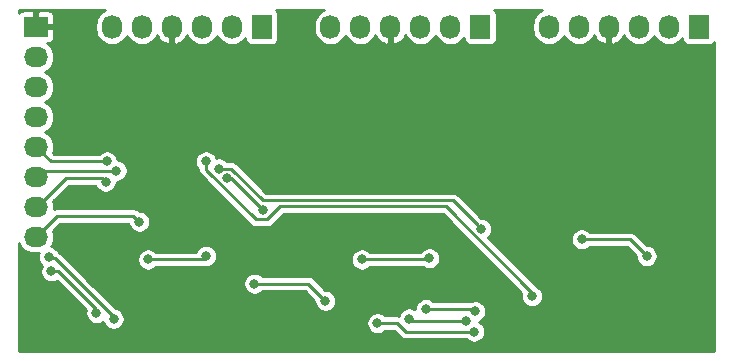
<source format=gbl>
G04 #@! TF.GenerationSoftware,KiCad,Pcbnew,(5.1.0-0)*
G04 #@! TF.CreationDate,2019-05-28T11:35:41+09:30*
G04 #@! TF.ProjectId,triax-loadwing,74726961-782d-46c6-9f61-6477696e672e,V1.0*
G04 #@! TF.SameCoordinates,Original*
G04 #@! TF.FileFunction,Copper,L2,Bot*
G04 #@! TF.FilePolarity,Positive*
%FSLAX46Y46*%
G04 Gerber Fmt 4.6, Leading zero omitted, Abs format (unit mm)*
G04 Created by KiCad (PCBNEW (5.1.0-0)) date 2019-05-28 11:35:41*
%MOMM*%
%LPD*%
G04 APERTURE LIST*
%ADD10O,2.032000X1.727200*%
%ADD11R,2.032000X1.727200*%
%ADD12O,1.727200X2.032000*%
%ADD13R,1.727200X2.032000*%
%ADD14C,0.800000*%
%ADD15C,0.250000*%
%ADD16C,0.254000*%
G04 APERTURE END LIST*
D10*
X137000000Y-79780000D03*
X137000000Y-77240000D03*
X137000000Y-74700000D03*
X137000000Y-72160000D03*
X137000000Y-69620000D03*
X137000000Y-67080000D03*
X137000000Y-64540000D03*
D11*
X137000000Y-62000000D03*
D12*
X143420000Y-62000000D03*
X145960000Y-62000000D03*
X148500000Y-62000000D03*
X151040000Y-62000000D03*
X153580000Y-62000000D03*
D13*
X156120000Y-62000000D03*
D12*
X161920000Y-62000000D03*
X164460000Y-62000000D03*
X167000000Y-62000000D03*
X169540000Y-62000000D03*
X172080000Y-62000000D03*
D13*
X174620000Y-62000000D03*
D12*
X180420000Y-62000000D03*
X182960000Y-62000000D03*
X185500000Y-62000000D03*
X188040000Y-62000000D03*
X190580000Y-62000000D03*
D13*
X193120000Y-62000000D03*
D14*
X161250000Y-87500000D03*
X158750000Y-79500000D03*
X179500000Y-86900000D03*
X143000000Y-83600000D03*
X176600000Y-75000000D03*
X176600000Y-73000000D03*
X193800000Y-76500000D03*
X181100000Y-78500000D03*
X181000000Y-69600000D03*
X162500000Y-69600000D03*
X158200000Y-73000000D03*
X158200000Y-75000000D03*
X144000000Y-69600000D03*
X191750000Y-84750000D03*
X191750000Y-80000000D03*
X144000000Y-79300000D03*
X153700000Y-81400000D03*
X143800000Y-66900000D03*
X162200000Y-66800000D03*
X180600000Y-66900000D03*
X148900000Y-85400000D03*
X173300000Y-80500000D03*
X163600004Y-78800000D03*
X183200000Y-80000000D03*
X188700000Y-81400000D03*
X151400000Y-81400000D03*
X146500000Y-81700000D03*
X170300000Y-81600000D03*
X164600000Y-81700000D03*
X165900000Y-87100000D03*
X174100000Y-87800000D03*
X173400000Y-86900000D03*
X168599996Y-86700000D03*
X155500000Y-83750000D03*
X174200000Y-86100000D03*
X170000000Y-85900000D03*
X161500000Y-85200000D03*
X174700008Y-79100000D03*
X143816231Y-74174990D03*
X152500000Y-74000000D03*
X142900006Y-75100000D03*
X156200000Y-77500000D03*
X153165100Y-74839780D03*
X145750000Y-78500000D03*
X143000000Y-73400000D03*
X151400000Y-73400000D03*
X179000000Y-84800000D03*
X138100000Y-81500000D03*
X143575000Y-86725000D03*
X138300000Y-82700000D03*
X142120000Y-86225000D03*
D15*
X183765685Y-80000000D02*
X183200000Y-80000000D01*
X187300000Y-80000000D02*
X183765685Y-80000000D01*
X188700000Y-81400000D02*
X187300000Y-80000000D01*
X151100000Y-81700000D02*
X151400000Y-81400000D01*
X146500000Y-81700000D02*
X151100000Y-81700000D01*
X170200000Y-81700000D02*
X170300000Y-81600000D01*
X164600000Y-81700000D02*
X170200000Y-81700000D01*
X167600000Y-87100000D02*
X168300000Y-87800000D01*
X168300000Y-87800000D02*
X174100000Y-87800000D01*
X165900000Y-87100000D02*
X167600000Y-87100000D01*
X168799996Y-86900000D02*
X168599996Y-86700000D01*
X173400000Y-86900000D02*
X168799996Y-86900000D01*
X174000000Y-85900000D02*
X174200000Y-86100000D01*
X170000000Y-85900000D02*
X174000000Y-85900000D01*
X160050000Y-83750000D02*
X161500000Y-85200000D01*
X155500000Y-83750000D02*
X160050000Y-83750000D01*
X137525010Y-74174990D02*
X143816231Y-74174990D01*
X137000000Y-74700000D02*
X137525010Y-74174990D01*
X172300008Y-76700000D02*
X174300009Y-78700001D01*
X156200000Y-76700000D02*
X172300008Y-76700000D01*
X174300009Y-78700001D02*
X174700008Y-79100000D01*
X153500000Y-74000000D02*
X156200000Y-76700000D01*
X152500000Y-74000000D02*
X153500000Y-74000000D01*
X142600006Y-74800000D02*
X142900006Y-75100000D01*
X137060000Y-77240000D02*
X139500000Y-74800000D01*
X139500000Y-74800000D02*
X142600006Y-74800000D01*
X137000000Y-77240000D02*
X137060000Y-77240000D01*
X156200000Y-77500000D02*
X153539780Y-74839780D01*
X153539780Y-74839780D02*
X153165100Y-74839780D01*
X145250000Y-78000000D02*
X145750000Y-78500000D01*
X138800000Y-78000000D02*
X145250000Y-78000000D01*
X137020000Y-79780000D02*
X138800000Y-78000000D01*
X137000000Y-79780000D02*
X137020000Y-79780000D01*
X138240000Y-73400000D02*
X143000000Y-73400000D01*
X137000000Y-72160000D02*
X138240000Y-73400000D01*
X151400000Y-74100000D02*
X151400000Y-73400000D01*
X155600000Y-78300000D02*
X151400000Y-74100000D01*
X179000000Y-84500000D02*
X171700000Y-77200000D01*
X179000000Y-84800000D02*
X179000000Y-84500000D01*
X157700000Y-77200000D02*
X156600000Y-78300000D01*
X171700000Y-77200000D02*
X157700000Y-77200000D01*
X156600000Y-78300000D02*
X155600000Y-78300000D01*
X138200000Y-81600000D02*
X138100000Y-81500000D01*
X138600000Y-81600000D02*
X138200000Y-81600000D01*
X143575000Y-86575000D02*
X138600000Y-81600000D01*
X143575000Y-86725000D02*
X143575000Y-86575000D01*
X138900000Y-82700000D02*
X138300000Y-82700000D01*
X142120000Y-85920000D02*
X138900000Y-82700000D01*
X142120000Y-86225000D02*
X142120000Y-85920000D01*
D16*
G36*
X142639221Y-60679080D02*
G01*
X142426256Y-60853855D01*
X142251480Y-61066820D01*
X142121610Y-61309789D01*
X142041637Y-61573426D01*
X142021400Y-61778894D01*
X142021400Y-62221105D01*
X142041637Y-62426573D01*
X142121610Y-62690210D01*
X142251480Y-62933179D01*
X142426255Y-63146144D01*
X142639220Y-63320920D01*
X142882189Y-63450790D01*
X143145826Y-63530763D01*
X143420000Y-63557767D01*
X143694173Y-63530763D01*
X143957810Y-63450790D01*
X144200779Y-63320920D01*
X144413744Y-63146145D01*
X144588520Y-62933180D01*
X144690000Y-62743324D01*
X144791480Y-62933179D01*
X144966255Y-63146144D01*
X145179220Y-63320920D01*
X145422189Y-63450790D01*
X145685826Y-63530763D01*
X145960000Y-63557767D01*
X146234173Y-63530763D01*
X146497810Y-63450790D01*
X146740779Y-63320920D01*
X146953744Y-63146145D01*
X147128520Y-62933180D01*
X147234431Y-62735035D01*
X147293244Y-62862111D01*
X147454889Y-63083901D01*
X147656697Y-63269894D01*
X147890913Y-63412942D01*
X148148536Y-63507548D01*
X148156678Y-63508207D01*
X148373000Y-63410858D01*
X148373000Y-62127000D01*
X148353000Y-62127000D01*
X148353000Y-61873000D01*
X148373000Y-61873000D01*
X148373000Y-61853000D01*
X148627000Y-61853000D01*
X148627000Y-61873000D01*
X148647000Y-61873000D01*
X148647000Y-62127000D01*
X148627000Y-62127000D01*
X148627000Y-63410858D01*
X148843322Y-63508207D01*
X148851464Y-63507548D01*
X149109087Y-63412942D01*
X149343303Y-63269894D01*
X149545111Y-63083901D01*
X149706756Y-62862111D01*
X149765569Y-62735034D01*
X149871480Y-62933179D01*
X150046255Y-63146144D01*
X150259220Y-63320920D01*
X150502189Y-63450790D01*
X150765826Y-63530763D01*
X151040000Y-63557767D01*
X151314173Y-63530763D01*
X151577810Y-63450790D01*
X151820779Y-63320920D01*
X152033744Y-63146145D01*
X152208520Y-62933180D01*
X152310000Y-62743324D01*
X152411480Y-62933179D01*
X152586255Y-63146144D01*
X152799220Y-63320920D01*
X153042189Y-63450790D01*
X153305826Y-63530763D01*
X153580000Y-63557767D01*
X153854173Y-63530763D01*
X154117810Y-63450790D01*
X154360779Y-63320920D01*
X154573744Y-63146145D01*
X154718812Y-62969379D01*
X154718812Y-63016000D01*
X154729142Y-63120878D01*
X154759733Y-63221726D01*
X154809412Y-63314668D01*
X154876268Y-63396132D01*
X154957732Y-63462988D01*
X155050674Y-63512667D01*
X155151522Y-63543258D01*
X155256400Y-63553588D01*
X156983600Y-63553588D01*
X157088478Y-63543258D01*
X157189326Y-63512667D01*
X157282268Y-63462988D01*
X157363732Y-63396132D01*
X157430588Y-63314668D01*
X157480267Y-63221726D01*
X157510858Y-63120878D01*
X157521188Y-63016000D01*
X157521188Y-60984000D01*
X157510858Y-60879122D01*
X157480267Y-60778274D01*
X157430588Y-60685332D01*
X157363732Y-60603868D01*
X157310279Y-60560000D01*
X161362003Y-60560000D01*
X161139221Y-60679080D01*
X160926256Y-60853855D01*
X160751480Y-61066820D01*
X160621610Y-61309789D01*
X160541637Y-61573426D01*
X160521400Y-61778894D01*
X160521400Y-62221105D01*
X160541637Y-62426573D01*
X160621610Y-62690210D01*
X160751480Y-62933179D01*
X160926255Y-63146144D01*
X161139220Y-63320920D01*
X161382189Y-63450790D01*
X161645826Y-63530763D01*
X161920000Y-63557767D01*
X162194173Y-63530763D01*
X162457810Y-63450790D01*
X162700779Y-63320920D01*
X162913744Y-63146145D01*
X163088520Y-62933180D01*
X163190000Y-62743324D01*
X163291480Y-62933179D01*
X163466255Y-63146144D01*
X163679220Y-63320920D01*
X163922189Y-63450790D01*
X164185826Y-63530763D01*
X164460000Y-63557767D01*
X164734173Y-63530763D01*
X164997810Y-63450790D01*
X165240779Y-63320920D01*
X165453744Y-63146145D01*
X165628520Y-62933180D01*
X165734431Y-62735035D01*
X165793244Y-62862111D01*
X165954889Y-63083901D01*
X166156697Y-63269894D01*
X166390913Y-63412942D01*
X166648536Y-63507548D01*
X166656678Y-63508207D01*
X166873000Y-63410858D01*
X166873000Y-62127000D01*
X166853000Y-62127000D01*
X166853000Y-61873000D01*
X166873000Y-61873000D01*
X166873000Y-61853000D01*
X167127000Y-61853000D01*
X167127000Y-61873000D01*
X167147000Y-61873000D01*
X167147000Y-62127000D01*
X167127000Y-62127000D01*
X167127000Y-63410858D01*
X167343322Y-63508207D01*
X167351464Y-63507548D01*
X167609087Y-63412942D01*
X167843303Y-63269894D01*
X168045111Y-63083901D01*
X168206756Y-62862111D01*
X168265569Y-62735034D01*
X168371480Y-62933179D01*
X168546255Y-63146144D01*
X168759220Y-63320920D01*
X169002189Y-63450790D01*
X169265826Y-63530763D01*
X169540000Y-63557767D01*
X169814173Y-63530763D01*
X170077810Y-63450790D01*
X170320779Y-63320920D01*
X170533744Y-63146145D01*
X170708520Y-62933180D01*
X170810000Y-62743324D01*
X170911480Y-62933179D01*
X171086255Y-63146144D01*
X171299220Y-63320920D01*
X171542189Y-63450790D01*
X171805826Y-63530763D01*
X172080000Y-63557767D01*
X172354173Y-63530763D01*
X172617810Y-63450790D01*
X172860779Y-63320920D01*
X173073744Y-63146145D01*
X173218812Y-62969379D01*
X173218812Y-63016000D01*
X173229142Y-63120878D01*
X173259733Y-63221726D01*
X173309412Y-63314668D01*
X173376268Y-63396132D01*
X173457732Y-63462988D01*
X173550674Y-63512667D01*
X173651522Y-63543258D01*
X173756400Y-63553588D01*
X175483600Y-63553588D01*
X175588478Y-63543258D01*
X175689326Y-63512667D01*
X175782268Y-63462988D01*
X175863732Y-63396132D01*
X175930588Y-63314668D01*
X175980267Y-63221726D01*
X176010858Y-63120878D01*
X176021188Y-63016000D01*
X176021188Y-60984000D01*
X176010858Y-60879122D01*
X175980267Y-60778274D01*
X175930588Y-60685332D01*
X175863732Y-60603868D01*
X175810279Y-60560000D01*
X179862003Y-60560000D01*
X179639221Y-60679080D01*
X179426256Y-60853855D01*
X179251480Y-61066820D01*
X179121610Y-61309789D01*
X179041637Y-61573426D01*
X179021400Y-61778894D01*
X179021400Y-62221105D01*
X179041637Y-62426573D01*
X179121610Y-62690210D01*
X179251480Y-62933179D01*
X179426255Y-63146144D01*
X179639220Y-63320920D01*
X179882189Y-63450790D01*
X180145826Y-63530763D01*
X180420000Y-63557767D01*
X180694173Y-63530763D01*
X180957810Y-63450790D01*
X181200779Y-63320920D01*
X181413744Y-63146145D01*
X181588520Y-62933180D01*
X181690000Y-62743324D01*
X181791480Y-62933179D01*
X181966255Y-63146144D01*
X182179220Y-63320920D01*
X182422189Y-63450790D01*
X182685826Y-63530763D01*
X182960000Y-63557767D01*
X183234173Y-63530763D01*
X183497810Y-63450790D01*
X183740779Y-63320920D01*
X183953744Y-63146145D01*
X184128520Y-62933180D01*
X184234431Y-62735035D01*
X184293244Y-62862111D01*
X184454889Y-63083901D01*
X184656697Y-63269894D01*
X184890913Y-63412942D01*
X185148536Y-63507548D01*
X185156678Y-63508207D01*
X185373000Y-63410858D01*
X185373000Y-62127000D01*
X185353000Y-62127000D01*
X185353000Y-61873000D01*
X185373000Y-61873000D01*
X185373000Y-61853000D01*
X185627000Y-61853000D01*
X185627000Y-61873000D01*
X185647000Y-61873000D01*
X185647000Y-62127000D01*
X185627000Y-62127000D01*
X185627000Y-63410858D01*
X185843322Y-63508207D01*
X185851464Y-63507548D01*
X186109087Y-63412942D01*
X186343303Y-63269894D01*
X186545111Y-63083901D01*
X186706756Y-62862111D01*
X186765569Y-62735034D01*
X186871480Y-62933179D01*
X187046255Y-63146144D01*
X187259220Y-63320920D01*
X187502189Y-63450790D01*
X187765826Y-63530763D01*
X188040000Y-63557767D01*
X188314173Y-63530763D01*
X188577810Y-63450790D01*
X188820779Y-63320920D01*
X189033744Y-63146145D01*
X189208520Y-62933180D01*
X189310000Y-62743324D01*
X189411480Y-62933179D01*
X189586255Y-63146144D01*
X189799220Y-63320920D01*
X190042189Y-63450790D01*
X190305826Y-63530763D01*
X190580000Y-63557767D01*
X190854173Y-63530763D01*
X191117810Y-63450790D01*
X191360779Y-63320920D01*
X191573744Y-63146145D01*
X191718812Y-62969379D01*
X191718812Y-63016000D01*
X191729142Y-63120878D01*
X191759733Y-63221726D01*
X191809412Y-63314668D01*
X191876268Y-63396132D01*
X191957732Y-63462988D01*
X192050674Y-63512667D01*
X192151522Y-63543258D01*
X192256400Y-63553588D01*
X193983600Y-63553588D01*
X194088478Y-63543258D01*
X194189326Y-63512667D01*
X194282268Y-63462988D01*
X194363732Y-63396132D01*
X194430588Y-63314668D01*
X194440001Y-63297058D01*
X194440000Y-89440000D01*
X135560000Y-89440000D01*
X135560000Y-80337998D01*
X135679080Y-80560780D01*
X135853855Y-80773745D01*
X136066820Y-80948520D01*
X136309789Y-81078390D01*
X136573426Y-81158363D01*
X136778894Y-81178600D01*
X137221092Y-81178600D01*
X137200932Y-81227271D01*
X137165000Y-81407911D01*
X137165000Y-81592089D01*
X137200932Y-81772729D01*
X137271414Y-81942889D01*
X137373738Y-82096028D01*
X137496811Y-82219101D01*
X137471414Y-82257111D01*
X137400932Y-82427271D01*
X137365000Y-82607911D01*
X137365000Y-82792089D01*
X137400932Y-82972729D01*
X137471414Y-83142889D01*
X137573738Y-83296028D01*
X137703972Y-83426262D01*
X137857111Y-83528586D01*
X138027271Y-83599068D01*
X138207911Y-83635000D01*
X138392089Y-83635000D01*
X138572729Y-83599068D01*
X138742889Y-83528586D01*
X138774251Y-83507631D01*
X141220593Y-85953974D01*
X141185000Y-86132911D01*
X141185000Y-86317089D01*
X141220932Y-86497729D01*
X141291414Y-86667889D01*
X141393738Y-86821028D01*
X141523972Y-86951262D01*
X141677111Y-87053586D01*
X141847271Y-87124068D01*
X142027911Y-87160000D01*
X142212089Y-87160000D01*
X142392729Y-87124068D01*
X142562889Y-87053586D01*
X142672477Y-86980362D01*
X142675932Y-86997729D01*
X142746414Y-87167889D01*
X142848738Y-87321028D01*
X142978972Y-87451262D01*
X143132111Y-87553586D01*
X143302271Y-87624068D01*
X143482911Y-87660000D01*
X143667089Y-87660000D01*
X143847729Y-87624068D01*
X144017889Y-87553586D01*
X144171028Y-87451262D01*
X144301262Y-87321028D01*
X144403586Y-87167889D01*
X144469850Y-87007911D01*
X164965000Y-87007911D01*
X164965000Y-87192089D01*
X165000932Y-87372729D01*
X165071414Y-87542889D01*
X165173738Y-87696028D01*
X165303972Y-87826262D01*
X165457111Y-87928586D01*
X165627271Y-87999068D01*
X165807911Y-88035000D01*
X165992089Y-88035000D01*
X166172729Y-87999068D01*
X166342889Y-87928586D01*
X166496028Y-87826262D01*
X166562290Y-87760000D01*
X167326620Y-87760000D01*
X167810388Y-88243769D01*
X167831052Y-88268948D01*
X167931550Y-88351425D01*
X168046207Y-88412710D01*
X168170617Y-88450450D01*
X168267581Y-88460000D01*
X168267590Y-88460000D01*
X168299999Y-88463192D01*
X168332408Y-88460000D01*
X173437710Y-88460000D01*
X173503972Y-88526262D01*
X173657111Y-88628586D01*
X173827271Y-88699068D01*
X174007911Y-88735000D01*
X174192089Y-88735000D01*
X174372729Y-88699068D01*
X174542889Y-88628586D01*
X174696028Y-88526262D01*
X174826262Y-88396028D01*
X174928586Y-88242889D01*
X174999068Y-88072729D01*
X175035000Y-87892089D01*
X175035000Y-87707911D01*
X174999068Y-87527271D01*
X174928586Y-87357111D01*
X174826262Y-87203972D01*
X174696028Y-87073738D01*
X174542889Y-86971414D01*
X174541191Y-86970711D01*
X174642889Y-86928586D01*
X174796028Y-86826262D01*
X174926262Y-86696028D01*
X175028586Y-86542889D01*
X175099068Y-86372729D01*
X175135000Y-86192089D01*
X175135000Y-86007911D01*
X175099068Y-85827271D01*
X175028586Y-85657111D01*
X174926262Y-85503972D01*
X174796028Y-85373738D01*
X174642889Y-85271414D01*
X174472729Y-85200932D01*
X174292089Y-85165000D01*
X174107911Y-85165000D01*
X173927271Y-85200932D01*
X173832952Y-85240000D01*
X170662290Y-85240000D01*
X170596028Y-85173738D01*
X170442889Y-85071414D01*
X170272729Y-85000932D01*
X170092089Y-84965000D01*
X169907911Y-84965000D01*
X169727271Y-85000932D01*
X169557111Y-85071414D01*
X169403972Y-85173738D01*
X169273738Y-85303972D01*
X169171414Y-85457111D01*
X169100932Y-85627271D01*
X169065000Y-85807911D01*
X169065000Y-85886191D01*
X169042885Y-85871414D01*
X168872725Y-85800932D01*
X168692085Y-85765000D01*
X168507907Y-85765000D01*
X168327267Y-85800932D01*
X168157107Y-85871414D01*
X168003968Y-85973738D01*
X167873734Y-86103972D01*
X167771410Y-86257111D01*
X167700928Y-86427271D01*
X167697128Y-86446373D01*
X167632419Y-86440000D01*
X167632409Y-86440000D01*
X167600000Y-86436808D01*
X167567591Y-86440000D01*
X166562290Y-86440000D01*
X166496028Y-86373738D01*
X166342889Y-86271414D01*
X166172729Y-86200932D01*
X165992089Y-86165000D01*
X165807911Y-86165000D01*
X165627271Y-86200932D01*
X165457111Y-86271414D01*
X165303972Y-86373738D01*
X165173738Y-86503972D01*
X165071414Y-86657111D01*
X165000932Y-86827271D01*
X164965000Y-87007911D01*
X144469850Y-87007911D01*
X144474068Y-86997729D01*
X144510000Y-86817089D01*
X144510000Y-86632911D01*
X144474068Y-86452271D01*
X144403586Y-86282111D01*
X144301262Y-86128972D01*
X144171028Y-85998738D01*
X144017889Y-85896414D01*
X143847729Y-85825932D01*
X143737359Y-85803978D01*
X141591292Y-83657911D01*
X154565000Y-83657911D01*
X154565000Y-83842089D01*
X154600932Y-84022729D01*
X154671414Y-84192889D01*
X154773738Y-84346028D01*
X154903972Y-84476262D01*
X155057111Y-84578586D01*
X155227271Y-84649068D01*
X155407911Y-84685000D01*
X155592089Y-84685000D01*
X155772729Y-84649068D01*
X155942889Y-84578586D01*
X156096028Y-84476262D01*
X156162290Y-84410000D01*
X159776620Y-84410000D01*
X160565000Y-85198381D01*
X160565000Y-85292089D01*
X160600932Y-85472729D01*
X160671414Y-85642889D01*
X160773738Y-85796028D01*
X160903972Y-85926262D01*
X161057111Y-86028586D01*
X161227271Y-86099068D01*
X161407911Y-86135000D01*
X161592089Y-86135000D01*
X161772729Y-86099068D01*
X161942889Y-86028586D01*
X162096028Y-85926262D01*
X162226262Y-85796028D01*
X162328586Y-85642889D01*
X162399068Y-85472729D01*
X162435000Y-85292089D01*
X162435000Y-85107911D01*
X162399068Y-84927271D01*
X162328586Y-84757111D01*
X162226262Y-84603972D01*
X162096028Y-84473738D01*
X161942889Y-84371414D01*
X161772729Y-84300932D01*
X161592089Y-84265000D01*
X161498381Y-84265000D01*
X160539616Y-83306236D01*
X160518948Y-83281052D01*
X160418450Y-83198575D01*
X160303793Y-83137290D01*
X160179383Y-83099550D01*
X160082419Y-83090000D01*
X160082409Y-83090000D01*
X160050000Y-83086808D01*
X160017591Y-83090000D01*
X156162290Y-83090000D01*
X156096028Y-83023738D01*
X155942889Y-82921414D01*
X155772729Y-82850932D01*
X155592089Y-82815000D01*
X155407911Y-82815000D01*
X155227271Y-82850932D01*
X155057111Y-82921414D01*
X154903972Y-83023738D01*
X154773738Y-83153972D01*
X154671414Y-83307111D01*
X154600932Y-83477271D01*
X154565000Y-83657911D01*
X141591292Y-83657911D01*
X139541292Y-81607911D01*
X145565000Y-81607911D01*
X145565000Y-81792089D01*
X145600932Y-81972729D01*
X145671414Y-82142889D01*
X145773738Y-82296028D01*
X145903972Y-82426262D01*
X146057111Y-82528586D01*
X146227271Y-82599068D01*
X146407911Y-82635000D01*
X146592089Y-82635000D01*
X146772729Y-82599068D01*
X146942889Y-82528586D01*
X147096028Y-82426262D01*
X147162290Y-82360000D01*
X151067591Y-82360000D01*
X151100000Y-82363192D01*
X151132409Y-82360000D01*
X151132419Y-82360000D01*
X151229383Y-82350450D01*
X151291243Y-82331685D01*
X151307911Y-82335000D01*
X151492089Y-82335000D01*
X151672729Y-82299068D01*
X151842889Y-82228586D01*
X151996028Y-82126262D01*
X152126262Y-81996028D01*
X152228586Y-81842889D01*
X152299068Y-81672729D01*
X152311961Y-81607911D01*
X163665000Y-81607911D01*
X163665000Y-81792089D01*
X163700932Y-81972729D01*
X163771414Y-82142889D01*
X163873738Y-82296028D01*
X164003972Y-82426262D01*
X164157111Y-82528586D01*
X164327271Y-82599068D01*
X164507911Y-82635000D01*
X164692089Y-82635000D01*
X164872729Y-82599068D01*
X165042889Y-82528586D01*
X165196028Y-82426262D01*
X165262290Y-82360000D01*
X169754465Y-82360000D01*
X169857111Y-82428586D01*
X170027271Y-82499068D01*
X170207911Y-82535000D01*
X170392089Y-82535000D01*
X170572729Y-82499068D01*
X170742889Y-82428586D01*
X170896028Y-82326262D01*
X171026262Y-82196028D01*
X171128586Y-82042889D01*
X171199068Y-81872729D01*
X171235000Y-81692089D01*
X171235000Y-81507911D01*
X171199068Y-81327271D01*
X171128586Y-81157111D01*
X171026262Y-81003972D01*
X170896028Y-80873738D01*
X170742889Y-80771414D01*
X170572729Y-80700932D01*
X170392089Y-80665000D01*
X170207911Y-80665000D01*
X170027271Y-80700932D01*
X169857111Y-80771414D01*
X169703972Y-80873738D01*
X169573738Y-81003972D01*
X169549665Y-81040000D01*
X165262290Y-81040000D01*
X165196028Y-80973738D01*
X165042889Y-80871414D01*
X164872729Y-80800932D01*
X164692089Y-80765000D01*
X164507911Y-80765000D01*
X164327271Y-80800932D01*
X164157111Y-80871414D01*
X164003972Y-80973738D01*
X163873738Y-81103972D01*
X163771414Y-81257111D01*
X163700932Y-81427271D01*
X163665000Y-81607911D01*
X152311961Y-81607911D01*
X152335000Y-81492089D01*
X152335000Y-81307911D01*
X152299068Y-81127271D01*
X152228586Y-80957111D01*
X152126262Y-80803972D01*
X151996028Y-80673738D01*
X151842889Y-80571414D01*
X151672729Y-80500932D01*
X151492089Y-80465000D01*
X151307911Y-80465000D01*
X151127271Y-80500932D01*
X150957111Y-80571414D01*
X150803972Y-80673738D01*
X150673738Y-80803972D01*
X150571414Y-80957111D01*
X150537081Y-81040000D01*
X147162290Y-81040000D01*
X147096028Y-80973738D01*
X146942889Y-80871414D01*
X146772729Y-80800932D01*
X146592089Y-80765000D01*
X146407911Y-80765000D01*
X146227271Y-80800932D01*
X146057111Y-80871414D01*
X145903972Y-80973738D01*
X145773738Y-81103972D01*
X145671414Y-81257111D01*
X145600932Y-81427271D01*
X145565000Y-81607911D01*
X139541292Y-81607911D01*
X139089616Y-81156236D01*
X139068948Y-81131052D01*
X138968450Y-81048575D01*
X138897567Y-81010687D01*
X138826262Y-80903972D01*
X138696028Y-80773738D01*
X138542889Y-80671414D01*
X138372729Y-80600932D01*
X138299863Y-80586438D01*
X138320920Y-80560780D01*
X138450790Y-80317811D01*
X138530763Y-80054174D01*
X138557767Y-79780000D01*
X138530763Y-79505826D01*
X138460193Y-79273187D01*
X139073381Y-78660000D01*
X144828509Y-78660000D01*
X144850932Y-78772729D01*
X144921414Y-78942889D01*
X145023738Y-79096028D01*
X145153972Y-79226262D01*
X145307111Y-79328586D01*
X145477271Y-79399068D01*
X145657911Y-79435000D01*
X145842089Y-79435000D01*
X146022729Y-79399068D01*
X146192889Y-79328586D01*
X146346028Y-79226262D01*
X146476262Y-79096028D01*
X146578586Y-78942889D01*
X146649068Y-78772729D01*
X146685000Y-78592089D01*
X146685000Y-78407911D01*
X146649068Y-78227271D01*
X146578586Y-78057111D01*
X146476262Y-77903972D01*
X146346028Y-77773738D01*
X146192889Y-77671414D01*
X146022729Y-77600932D01*
X145842089Y-77565000D01*
X145748380Y-77565000D01*
X145739616Y-77556236D01*
X145718948Y-77531052D01*
X145618450Y-77448575D01*
X145503793Y-77387290D01*
X145379383Y-77349550D01*
X145282419Y-77340000D01*
X145282409Y-77340000D01*
X145250000Y-77336808D01*
X145217591Y-77340000D01*
X138832408Y-77340000D01*
X138799999Y-77336808D01*
X138767590Y-77340000D01*
X138767581Y-77340000D01*
X138670617Y-77349550D01*
X138546207Y-77387290D01*
X138543096Y-77388953D01*
X138557767Y-77240000D01*
X138530763Y-76965826D01*
X138469503Y-76763877D01*
X139773381Y-75460000D01*
X142037087Y-75460000D01*
X142071420Y-75542889D01*
X142173744Y-75696028D01*
X142303978Y-75826262D01*
X142457117Y-75928586D01*
X142627277Y-75999068D01*
X142807917Y-76035000D01*
X142992095Y-76035000D01*
X143172735Y-75999068D01*
X143342895Y-75928586D01*
X143496034Y-75826262D01*
X143626268Y-75696028D01*
X143728592Y-75542889D01*
X143799074Y-75372729D01*
X143835006Y-75192089D01*
X143835006Y-75109990D01*
X143908320Y-75109990D01*
X144088960Y-75074058D01*
X144259120Y-75003576D01*
X144412259Y-74901252D01*
X144542493Y-74771018D01*
X144644817Y-74617879D01*
X144715299Y-74447719D01*
X144751231Y-74267079D01*
X144751231Y-74082901D01*
X144715299Y-73902261D01*
X144644817Y-73732101D01*
X144542493Y-73578962D01*
X144412259Y-73448728D01*
X144259120Y-73346404D01*
X144166189Y-73307911D01*
X150465000Y-73307911D01*
X150465000Y-73492089D01*
X150500932Y-73672729D01*
X150571414Y-73842889D01*
X150673738Y-73996028D01*
X150740000Y-74062290D01*
X150740000Y-74067591D01*
X150736808Y-74100000D01*
X150740000Y-74132409D01*
X150740000Y-74132418D01*
X150749550Y-74229382D01*
X150786190Y-74350166D01*
X150787290Y-74353792D01*
X150848575Y-74468450D01*
X150850939Y-74471330D01*
X150931052Y-74568948D01*
X150956236Y-74589616D01*
X155110388Y-78743769D01*
X155131052Y-78768948D01*
X155231550Y-78851425D01*
X155346207Y-78912710D01*
X155470617Y-78950450D01*
X155567581Y-78960000D01*
X155567591Y-78960000D01*
X155600000Y-78963192D01*
X155632409Y-78960000D01*
X156567591Y-78960000D01*
X156600000Y-78963192D01*
X156632409Y-78960000D01*
X156632419Y-78960000D01*
X156729383Y-78950450D01*
X156853793Y-78912710D01*
X156968450Y-78851425D01*
X157068948Y-78768948D01*
X157089616Y-78743764D01*
X157973381Y-77860000D01*
X171426620Y-77860000D01*
X178099764Y-84533145D01*
X178065000Y-84707911D01*
X178065000Y-84892089D01*
X178100932Y-85072729D01*
X178171414Y-85242889D01*
X178273738Y-85396028D01*
X178403972Y-85526262D01*
X178557111Y-85628586D01*
X178727271Y-85699068D01*
X178907911Y-85735000D01*
X179092089Y-85735000D01*
X179272729Y-85699068D01*
X179442889Y-85628586D01*
X179596028Y-85526262D01*
X179726262Y-85396028D01*
X179828586Y-85242889D01*
X179899068Y-85072729D01*
X179935000Y-84892089D01*
X179935000Y-84707911D01*
X179899068Y-84527271D01*
X179828586Y-84357111D01*
X179726262Y-84203972D01*
X179596028Y-84073738D01*
X179442889Y-83971414D01*
X179377859Y-83944478D01*
X175341292Y-79907911D01*
X182265000Y-79907911D01*
X182265000Y-80092089D01*
X182300932Y-80272729D01*
X182371414Y-80442889D01*
X182473738Y-80596028D01*
X182603972Y-80726262D01*
X182757111Y-80828586D01*
X182927271Y-80899068D01*
X183107911Y-80935000D01*
X183292089Y-80935000D01*
X183472729Y-80899068D01*
X183642889Y-80828586D01*
X183796028Y-80726262D01*
X183862290Y-80660000D01*
X187026620Y-80660000D01*
X187765000Y-81398381D01*
X187765000Y-81492089D01*
X187800932Y-81672729D01*
X187871414Y-81842889D01*
X187973738Y-81996028D01*
X188103972Y-82126262D01*
X188257111Y-82228586D01*
X188427271Y-82299068D01*
X188607911Y-82335000D01*
X188792089Y-82335000D01*
X188972729Y-82299068D01*
X189142889Y-82228586D01*
X189296028Y-82126262D01*
X189426262Y-81996028D01*
X189528586Y-81842889D01*
X189599068Y-81672729D01*
X189635000Y-81492089D01*
X189635000Y-81307911D01*
X189599068Y-81127271D01*
X189528586Y-80957111D01*
X189426262Y-80803972D01*
X189296028Y-80673738D01*
X189142889Y-80571414D01*
X188972729Y-80500932D01*
X188792089Y-80465000D01*
X188698381Y-80465000D01*
X187789616Y-79556236D01*
X187768948Y-79531052D01*
X187668450Y-79448575D01*
X187553793Y-79387290D01*
X187429383Y-79349550D01*
X187332419Y-79340000D01*
X187332409Y-79340000D01*
X187300000Y-79336808D01*
X187267591Y-79340000D01*
X183862290Y-79340000D01*
X183796028Y-79273738D01*
X183642889Y-79171414D01*
X183472729Y-79100932D01*
X183292089Y-79065000D01*
X183107911Y-79065000D01*
X182927271Y-79100932D01*
X182757111Y-79171414D01*
X182603972Y-79273738D01*
X182473738Y-79403972D01*
X182371414Y-79557111D01*
X182300932Y-79727271D01*
X182265000Y-79907911D01*
X175341292Y-79907911D01*
X175274220Y-79840839D01*
X175296036Y-79826262D01*
X175426270Y-79696028D01*
X175528594Y-79542889D01*
X175599076Y-79372729D01*
X175635008Y-79192089D01*
X175635008Y-79007911D01*
X175599076Y-78827271D01*
X175528594Y-78657111D01*
X175426270Y-78503972D01*
X175296036Y-78373738D01*
X175142897Y-78271414D01*
X174972737Y-78200932D01*
X174792097Y-78165000D01*
X174698389Y-78165000D01*
X172789624Y-76256236D01*
X172768956Y-76231052D01*
X172668458Y-76148575D01*
X172553801Y-76087290D01*
X172429391Y-76049550D01*
X172332427Y-76040000D01*
X172332417Y-76040000D01*
X172300008Y-76036808D01*
X172267599Y-76040000D01*
X156473381Y-76040000D01*
X153989616Y-73556236D01*
X153968948Y-73531052D01*
X153868450Y-73448575D01*
X153753793Y-73387290D01*
X153629383Y-73349550D01*
X153532419Y-73340000D01*
X153532409Y-73340000D01*
X153500000Y-73336808D01*
X153467591Y-73340000D01*
X153162290Y-73340000D01*
X153096028Y-73273738D01*
X152942889Y-73171414D01*
X152772729Y-73100932D01*
X152592089Y-73065000D01*
X152407911Y-73065000D01*
X152283523Y-73089743D01*
X152228586Y-72957111D01*
X152126262Y-72803972D01*
X151996028Y-72673738D01*
X151842889Y-72571414D01*
X151672729Y-72500932D01*
X151492089Y-72465000D01*
X151307911Y-72465000D01*
X151127271Y-72500932D01*
X150957111Y-72571414D01*
X150803972Y-72673738D01*
X150673738Y-72803972D01*
X150571414Y-72957111D01*
X150500932Y-73127271D01*
X150465000Y-73307911D01*
X144166189Y-73307911D01*
X144088960Y-73275922D01*
X143922032Y-73242718D01*
X143899068Y-73127271D01*
X143828586Y-72957111D01*
X143726262Y-72803972D01*
X143596028Y-72673738D01*
X143442889Y-72571414D01*
X143272729Y-72500932D01*
X143092089Y-72465000D01*
X142907911Y-72465000D01*
X142727271Y-72500932D01*
X142557111Y-72571414D01*
X142403972Y-72673738D01*
X142337710Y-72740000D01*
X138513381Y-72740000D01*
X138455538Y-72682158D01*
X138530763Y-72434174D01*
X138557767Y-72160000D01*
X138530763Y-71885826D01*
X138450790Y-71622189D01*
X138320920Y-71379220D01*
X138146145Y-71166255D01*
X137933180Y-70991480D01*
X137743325Y-70890000D01*
X137933180Y-70788520D01*
X138146145Y-70613745D01*
X138320920Y-70400780D01*
X138450790Y-70157811D01*
X138530763Y-69894174D01*
X138557767Y-69620000D01*
X138530763Y-69345826D01*
X138450790Y-69082189D01*
X138320920Y-68839220D01*
X138146145Y-68626255D01*
X137933180Y-68451480D01*
X137743325Y-68350000D01*
X137933180Y-68248520D01*
X138146145Y-68073745D01*
X138320920Y-67860780D01*
X138450790Y-67617811D01*
X138530763Y-67354174D01*
X138557767Y-67080000D01*
X138530763Y-66805826D01*
X138450790Y-66542189D01*
X138320920Y-66299220D01*
X138146145Y-66086255D01*
X137933180Y-65911480D01*
X137743325Y-65810000D01*
X137933180Y-65708520D01*
X138146145Y-65533745D01*
X138320920Y-65320780D01*
X138450790Y-65077811D01*
X138530763Y-64814174D01*
X138557767Y-64540000D01*
X138530763Y-64265826D01*
X138450790Y-64002189D01*
X138320920Y-63759220D01*
X138146145Y-63546255D01*
X137969185Y-63401029D01*
X138016000Y-63401189D01*
X138120878Y-63390859D01*
X138221726Y-63360267D01*
X138314668Y-63310589D01*
X138396133Y-63243733D01*
X138462989Y-63162268D01*
X138512667Y-63069326D01*
X138543259Y-62968478D01*
X138553589Y-62863600D01*
X138551000Y-62260750D01*
X138417250Y-62127000D01*
X137127000Y-62127000D01*
X137127000Y-62147000D01*
X136873000Y-62147000D01*
X136873000Y-62127000D01*
X136853000Y-62127000D01*
X136853000Y-61873000D01*
X136873000Y-61873000D01*
X136873000Y-60735150D01*
X137127000Y-60735150D01*
X137127000Y-61873000D01*
X138417250Y-61873000D01*
X138551000Y-61739250D01*
X138553589Y-61136400D01*
X138543259Y-61031522D01*
X138512667Y-60930674D01*
X138462989Y-60837732D01*
X138396133Y-60756267D01*
X138314668Y-60689411D01*
X138221726Y-60639733D01*
X138120878Y-60609141D01*
X138016000Y-60598811D01*
X137260750Y-60601400D01*
X137127000Y-60735150D01*
X136873000Y-60735150D01*
X136739250Y-60601400D01*
X135984000Y-60598811D01*
X135879122Y-60609141D01*
X135778274Y-60639733D01*
X135685332Y-60689411D01*
X135603867Y-60756267D01*
X135560000Y-60809720D01*
X135560000Y-60560000D01*
X142862003Y-60560000D01*
X142639221Y-60679080D01*
X142639221Y-60679080D01*
G37*
X142639221Y-60679080D02*
X142426256Y-60853855D01*
X142251480Y-61066820D01*
X142121610Y-61309789D01*
X142041637Y-61573426D01*
X142021400Y-61778894D01*
X142021400Y-62221105D01*
X142041637Y-62426573D01*
X142121610Y-62690210D01*
X142251480Y-62933179D01*
X142426255Y-63146144D01*
X142639220Y-63320920D01*
X142882189Y-63450790D01*
X143145826Y-63530763D01*
X143420000Y-63557767D01*
X143694173Y-63530763D01*
X143957810Y-63450790D01*
X144200779Y-63320920D01*
X144413744Y-63146145D01*
X144588520Y-62933180D01*
X144690000Y-62743324D01*
X144791480Y-62933179D01*
X144966255Y-63146144D01*
X145179220Y-63320920D01*
X145422189Y-63450790D01*
X145685826Y-63530763D01*
X145960000Y-63557767D01*
X146234173Y-63530763D01*
X146497810Y-63450790D01*
X146740779Y-63320920D01*
X146953744Y-63146145D01*
X147128520Y-62933180D01*
X147234431Y-62735035D01*
X147293244Y-62862111D01*
X147454889Y-63083901D01*
X147656697Y-63269894D01*
X147890913Y-63412942D01*
X148148536Y-63507548D01*
X148156678Y-63508207D01*
X148373000Y-63410858D01*
X148373000Y-62127000D01*
X148353000Y-62127000D01*
X148353000Y-61873000D01*
X148373000Y-61873000D01*
X148373000Y-61853000D01*
X148627000Y-61853000D01*
X148627000Y-61873000D01*
X148647000Y-61873000D01*
X148647000Y-62127000D01*
X148627000Y-62127000D01*
X148627000Y-63410858D01*
X148843322Y-63508207D01*
X148851464Y-63507548D01*
X149109087Y-63412942D01*
X149343303Y-63269894D01*
X149545111Y-63083901D01*
X149706756Y-62862111D01*
X149765569Y-62735034D01*
X149871480Y-62933179D01*
X150046255Y-63146144D01*
X150259220Y-63320920D01*
X150502189Y-63450790D01*
X150765826Y-63530763D01*
X151040000Y-63557767D01*
X151314173Y-63530763D01*
X151577810Y-63450790D01*
X151820779Y-63320920D01*
X152033744Y-63146145D01*
X152208520Y-62933180D01*
X152310000Y-62743324D01*
X152411480Y-62933179D01*
X152586255Y-63146144D01*
X152799220Y-63320920D01*
X153042189Y-63450790D01*
X153305826Y-63530763D01*
X153580000Y-63557767D01*
X153854173Y-63530763D01*
X154117810Y-63450790D01*
X154360779Y-63320920D01*
X154573744Y-63146145D01*
X154718812Y-62969379D01*
X154718812Y-63016000D01*
X154729142Y-63120878D01*
X154759733Y-63221726D01*
X154809412Y-63314668D01*
X154876268Y-63396132D01*
X154957732Y-63462988D01*
X155050674Y-63512667D01*
X155151522Y-63543258D01*
X155256400Y-63553588D01*
X156983600Y-63553588D01*
X157088478Y-63543258D01*
X157189326Y-63512667D01*
X157282268Y-63462988D01*
X157363732Y-63396132D01*
X157430588Y-63314668D01*
X157480267Y-63221726D01*
X157510858Y-63120878D01*
X157521188Y-63016000D01*
X157521188Y-60984000D01*
X157510858Y-60879122D01*
X157480267Y-60778274D01*
X157430588Y-60685332D01*
X157363732Y-60603868D01*
X157310279Y-60560000D01*
X161362003Y-60560000D01*
X161139221Y-60679080D01*
X160926256Y-60853855D01*
X160751480Y-61066820D01*
X160621610Y-61309789D01*
X160541637Y-61573426D01*
X160521400Y-61778894D01*
X160521400Y-62221105D01*
X160541637Y-62426573D01*
X160621610Y-62690210D01*
X160751480Y-62933179D01*
X160926255Y-63146144D01*
X161139220Y-63320920D01*
X161382189Y-63450790D01*
X161645826Y-63530763D01*
X161920000Y-63557767D01*
X162194173Y-63530763D01*
X162457810Y-63450790D01*
X162700779Y-63320920D01*
X162913744Y-63146145D01*
X163088520Y-62933180D01*
X163190000Y-62743324D01*
X163291480Y-62933179D01*
X163466255Y-63146144D01*
X163679220Y-63320920D01*
X163922189Y-63450790D01*
X164185826Y-63530763D01*
X164460000Y-63557767D01*
X164734173Y-63530763D01*
X164997810Y-63450790D01*
X165240779Y-63320920D01*
X165453744Y-63146145D01*
X165628520Y-62933180D01*
X165734431Y-62735035D01*
X165793244Y-62862111D01*
X165954889Y-63083901D01*
X166156697Y-63269894D01*
X166390913Y-63412942D01*
X166648536Y-63507548D01*
X166656678Y-63508207D01*
X166873000Y-63410858D01*
X166873000Y-62127000D01*
X166853000Y-62127000D01*
X166853000Y-61873000D01*
X166873000Y-61873000D01*
X166873000Y-61853000D01*
X167127000Y-61853000D01*
X167127000Y-61873000D01*
X167147000Y-61873000D01*
X167147000Y-62127000D01*
X167127000Y-62127000D01*
X167127000Y-63410858D01*
X167343322Y-63508207D01*
X167351464Y-63507548D01*
X167609087Y-63412942D01*
X167843303Y-63269894D01*
X168045111Y-63083901D01*
X168206756Y-62862111D01*
X168265569Y-62735034D01*
X168371480Y-62933179D01*
X168546255Y-63146144D01*
X168759220Y-63320920D01*
X169002189Y-63450790D01*
X169265826Y-63530763D01*
X169540000Y-63557767D01*
X169814173Y-63530763D01*
X170077810Y-63450790D01*
X170320779Y-63320920D01*
X170533744Y-63146145D01*
X170708520Y-62933180D01*
X170810000Y-62743324D01*
X170911480Y-62933179D01*
X171086255Y-63146144D01*
X171299220Y-63320920D01*
X171542189Y-63450790D01*
X171805826Y-63530763D01*
X172080000Y-63557767D01*
X172354173Y-63530763D01*
X172617810Y-63450790D01*
X172860779Y-63320920D01*
X173073744Y-63146145D01*
X173218812Y-62969379D01*
X173218812Y-63016000D01*
X173229142Y-63120878D01*
X173259733Y-63221726D01*
X173309412Y-63314668D01*
X173376268Y-63396132D01*
X173457732Y-63462988D01*
X173550674Y-63512667D01*
X173651522Y-63543258D01*
X173756400Y-63553588D01*
X175483600Y-63553588D01*
X175588478Y-63543258D01*
X175689326Y-63512667D01*
X175782268Y-63462988D01*
X175863732Y-63396132D01*
X175930588Y-63314668D01*
X175980267Y-63221726D01*
X176010858Y-63120878D01*
X176021188Y-63016000D01*
X176021188Y-60984000D01*
X176010858Y-60879122D01*
X175980267Y-60778274D01*
X175930588Y-60685332D01*
X175863732Y-60603868D01*
X175810279Y-60560000D01*
X179862003Y-60560000D01*
X179639221Y-60679080D01*
X179426256Y-60853855D01*
X179251480Y-61066820D01*
X179121610Y-61309789D01*
X179041637Y-61573426D01*
X179021400Y-61778894D01*
X179021400Y-62221105D01*
X179041637Y-62426573D01*
X179121610Y-62690210D01*
X179251480Y-62933179D01*
X179426255Y-63146144D01*
X179639220Y-63320920D01*
X179882189Y-63450790D01*
X180145826Y-63530763D01*
X180420000Y-63557767D01*
X180694173Y-63530763D01*
X180957810Y-63450790D01*
X181200779Y-63320920D01*
X181413744Y-63146145D01*
X181588520Y-62933180D01*
X181690000Y-62743324D01*
X181791480Y-62933179D01*
X181966255Y-63146144D01*
X182179220Y-63320920D01*
X182422189Y-63450790D01*
X182685826Y-63530763D01*
X182960000Y-63557767D01*
X183234173Y-63530763D01*
X183497810Y-63450790D01*
X183740779Y-63320920D01*
X183953744Y-63146145D01*
X184128520Y-62933180D01*
X184234431Y-62735035D01*
X184293244Y-62862111D01*
X184454889Y-63083901D01*
X184656697Y-63269894D01*
X184890913Y-63412942D01*
X185148536Y-63507548D01*
X185156678Y-63508207D01*
X185373000Y-63410858D01*
X185373000Y-62127000D01*
X185353000Y-62127000D01*
X185353000Y-61873000D01*
X185373000Y-61873000D01*
X185373000Y-61853000D01*
X185627000Y-61853000D01*
X185627000Y-61873000D01*
X185647000Y-61873000D01*
X185647000Y-62127000D01*
X185627000Y-62127000D01*
X185627000Y-63410858D01*
X185843322Y-63508207D01*
X185851464Y-63507548D01*
X186109087Y-63412942D01*
X186343303Y-63269894D01*
X186545111Y-63083901D01*
X186706756Y-62862111D01*
X186765569Y-62735034D01*
X186871480Y-62933179D01*
X187046255Y-63146144D01*
X187259220Y-63320920D01*
X187502189Y-63450790D01*
X187765826Y-63530763D01*
X188040000Y-63557767D01*
X188314173Y-63530763D01*
X188577810Y-63450790D01*
X188820779Y-63320920D01*
X189033744Y-63146145D01*
X189208520Y-62933180D01*
X189310000Y-62743324D01*
X189411480Y-62933179D01*
X189586255Y-63146144D01*
X189799220Y-63320920D01*
X190042189Y-63450790D01*
X190305826Y-63530763D01*
X190580000Y-63557767D01*
X190854173Y-63530763D01*
X191117810Y-63450790D01*
X191360779Y-63320920D01*
X191573744Y-63146145D01*
X191718812Y-62969379D01*
X191718812Y-63016000D01*
X191729142Y-63120878D01*
X191759733Y-63221726D01*
X191809412Y-63314668D01*
X191876268Y-63396132D01*
X191957732Y-63462988D01*
X192050674Y-63512667D01*
X192151522Y-63543258D01*
X192256400Y-63553588D01*
X193983600Y-63553588D01*
X194088478Y-63543258D01*
X194189326Y-63512667D01*
X194282268Y-63462988D01*
X194363732Y-63396132D01*
X194430588Y-63314668D01*
X194440001Y-63297058D01*
X194440000Y-89440000D01*
X135560000Y-89440000D01*
X135560000Y-80337998D01*
X135679080Y-80560780D01*
X135853855Y-80773745D01*
X136066820Y-80948520D01*
X136309789Y-81078390D01*
X136573426Y-81158363D01*
X136778894Y-81178600D01*
X137221092Y-81178600D01*
X137200932Y-81227271D01*
X137165000Y-81407911D01*
X137165000Y-81592089D01*
X137200932Y-81772729D01*
X137271414Y-81942889D01*
X137373738Y-82096028D01*
X137496811Y-82219101D01*
X137471414Y-82257111D01*
X137400932Y-82427271D01*
X137365000Y-82607911D01*
X137365000Y-82792089D01*
X137400932Y-82972729D01*
X137471414Y-83142889D01*
X137573738Y-83296028D01*
X137703972Y-83426262D01*
X137857111Y-83528586D01*
X138027271Y-83599068D01*
X138207911Y-83635000D01*
X138392089Y-83635000D01*
X138572729Y-83599068D01*
X138742889Y-83528586D01*
X138774251Y-83507631D01*
X141220593Y-85953974D01*
X141185000Y-86132911D01*
X141185000Y-86317089D01*
X141220932Y-86497729D01*
X141291414Y-86667889D01*
X141393738Y-86821028D01*
X141523972Y-86951262D01*
X141677111Y-87053586D01*
X141847271Y-87124068D01*
X142027911Y-87160000D01*
X142212089Y-87160000D01*
X142392729Y-87124068D01*
X142562889Y-87053586D01*
X142672477Y-86980362D01*
X142675932Y-86997729D01*
X142746414Y-87167889D01*
X142848738Y-87321028D01*
X142978972Y-87451262D01*
X143132111Y-87553586D01*
X143302271Y-87624068D01*
X143482911Y-87660000D01*
X143667089Y-87660000D01*
X143847729Y-87624068D01*
X144017889Y-87553586D01*
X144171028Y-87451262D01*
X144301262Y-87321028D01*
X144403586Y-87167889D01*
X144469850Y-87007911D01*
X164965000Y-87007911D01*
X164965000Y-87192089D01*
X165000932Y-87372729D01*
X165071414Y-87542889D01*
X165173738Y-87696028D01*
X165303972Y-87826262D01*
X165457111Y-87928586D01*
X165627271Y-87999068D01*
X165807911Y-88035000D01*
X165992089Y-88035000D01*
X166172729Y-87999068D01*
X166342889Y-87928586D01*
X166496028Y-87826262D01*
X166562290Y-87760000D01*
X167326620Y-87760000D01*
X167810388Y-88243769D01*
X167831052Y-88268948D01*
X167931550Y-88351425D01*
X168046207Y-88412710D01*
X168170617Y-88450450D01*
X168267581Y-88460000D01*
X168267590Y-88460000D01*
X168299999Y-88463192D01*
X168332408Y-88460000D01*
X173437710Y-88460000D01*
X173503972Y-88526262D01*
X173657111Y-88628586D01*
X173827271Y-88699068D01*
X174007911Y-88735000D01*
X174192089Y-88735000D01*
X174372729Y-88699068D01*
X174542889Y-88628586D01*
X174696028Y-88526262D01*
X174826262Y-88396028D01*
X174928586Y-88242889D01*
X174999068Y-88072729D01*
X175035000Y-87892089D01*
X175035000Y-87707911D01*
X174999068Y-87527271D01*
X174928586Y-87357111D01*
X174826262Y-87203972D01*
X174696028Y-87073738D01*
X174542889Y-86971414D01*
X174541191Y-86970711D01*
X174642889Y-86928586D01*
X174796028Y-86826262D01*
X174926262Y-86696028D01*
X175028586Y-86542889D01*
X175099068Y-86372729D01*
X175135000Y-86192089D01*
X175135000Y-86007911D01*
X175099068Y-85827271D01*
X175028586Y-85657111D01*
X174926262Y-85503972D01*
X174796028Y-85373738D01*
X174642889Y-85271414D01*
X174472729Y-85200932D01*
X174292089Y-85165000D01*
X174107911Y-85165000D01*
X173927271Y-85200932D01*
X173832952Y-85240000D01*
X170662290Y-85240000D01*
X170596028Y-85173738D01*
X170442889Y-85071414D01*
X170272729Y-85000932D01*
X170092089Y-84965000D01*
X169907911Y-84965000D01*
X169727271Y-85000932D01*
X169557111Y-85071414D01*
X169403972Y-85173738D01*
X169273738Y-85303972D01*
X169171414Y-85457111D01*
X169100932Y-85627271D01*
X169065000Y-85807911D01*
X169065000Y-85886191D01*
X169042885Y-85871414D01*
X168872725Y-85800932D01*
X168692085Y-85765000D01*
X168507907Y-85765000D01*
X168327267Y-85800932D01*
X168157107Y-85871414D01*
X168003968Y-85973738D01*
X167873734Y-86103972D01*
X167771410Y-86257111D01*
X167700928Y-86427271D01*
X167697128Y-86446373D01*
X167632419Y-86440000D01*
X167632409Y-86440000D01*
X167600000Y-86436808D01*
X167567591Y-86440000D01*
X166562290Y-86440000D01*
X166496028Y-86373738D01*
X166342889Y-86271414D01*
X166172729Y-86200932D01*
X165992089Y-86165000D01*
X165807911Y-86165000D01*
X165627271Y-86200932D01*
X165457111Y-86271414D01*
X165303972Y-86373738D01*
X165173738Y-86503972D01*
X165071414Y-86657111D01*
X165000932Y-86827271D01*
X164965000Y-87007911D01*
X144469850Y-87007911D01*
X144474068Y-86997729D01*
X144510000Y-86817089D01*
X144510000Y-86632911D01*
X144474068Y-86452271D01*
X144403586Y-86282111D01*
X144301262Y-86128972D01*
X144171028Y-85998738D01*
X144017889Y-85896414D01*
X143847729Y-85825932D01*
X143737359Y-85803978D01*
X141591292Y-83657911D01*
X154565000Y-83657911D01*
X154565000Y-83842089D01*
X154600932Y-84022729D01*
X154671414Y-84192889D01*
X154773738Y-84346028D01*
X154903972Y-84476262D01*
X155057111Y-84578586D01*
X155227271Y-84649068D01*
X155407911Y-84685000D01*
X155592089Y-84685000D01*
X155772729Y-84649068D01*
X155942889Y-84578586D01*
X156096028Y-84476262D01*
X156162290Y-84410000D01*
X159776620Y-84410000D01*
X160565000Y-85198381D01*
X160565000Y-85292089D01*
X160600932Y-85472729D01*
X160671414Y-85642889D01*
X160773738Y-85796028D01*
X160903972Y-85926262D01*
X161057111Y-86028586D01*
X161227271Y-86099068D01*
X161407911Y-86135000D01*
X161592089Y-86135000D01*
X161772729Y-86099068D01*
X161942889Y-86028586D01*
X162096028Y-85926262D01*
X162226262Y-85796028D01*
X162328586Y-85642889D01*
X162399068Y-85472729D01*
X162435000Y-85292089D01*
X162435000Y-85107911D01*
X162399068Y-84927271D01*
X162328586Y-84757111D01*
X162226262Y-84603972D01*
X162096028Y-84473738D01*
X161942889Y-84371414D01*
X161772729Y-84300932D01*
X161592089Y-84265000D01*
X161498381Y-84265000D01*
X160539616Y-83306236D01*
X160518948Y-83281052D01*
X160418450Y-83198575D01*
X160303793Y-83137290D01*
X160179383Y-83099550D01*
X160082419Y-83090000D01*
X160082409Y-83090000D01*
X160050000Y-83086808D01*
X160017591Y-83090000D01*
X156162290Y-83090000D01*
X156096028Y-83023738D01*
X155942889Y-82921414D01*
X155772729Y-82850932D01*
X155592089Y-82815000D01*
X155407911Y-82815000D01*
X155227271Y-82850932D01*
X155057111Y-82921414D01*
X154903972Y-83023738D01*
X154773738Y-83153972D01*
X154671414Y-83307111D01*
X154600932Y-83477271D01*
X154565000Y-83657911D01*
X141591292Y-83657911D01*
X139541292Y-81607911D01*
X145565000Y-81607911D01*
X145565000Y-81792089D01*
X145600932Y-81972729D01*
X145671414Y-82142889D01*
X145773738Y-82296028D01*
X145903972Y-82426262D01*
X146057111Y-82528586D01*
X146227271Y-82599068D01*
X146407911Y-82635000D01*
X146592089Y-82635000D01*
X146772729Y-82599068D01*
X146942889Y-82528586D01*
X147096028Y-82426262D01*
X147162290Y-82360000D01*
X151067591Y-82360000D01*
X151100000Y-82363192D01*
X151132409Y-82360000D01*
X151132419Y-82360000D01*
X151229383Y-82350450D01*
X151291243Y-82331685D01*
X151307911Y-82335000D01*
X151492089Y-82335000D01*
X151672729Y-82299068D01*
X151842889Y-82228586D01*
X151996028Y-82126262D01*
X152126262Y-81996028D01*
X152228586Y-81842889D01*
X152299068Y-81672729D01*
X152311961Y-81607911D01*
X163665000Y-81607911D01*
X163665000Y-81792089D01*
X163700932Y-81972729D01*
X163771414Y-82142889D01*
X163873738Y-82296028D01*
X164003972Y-82426262D01*
X164157111Y-82528586D01*
X164327271Y-82599068D01*
X164507911Y-82635000D01*
X164692089Y-82635000D01*
X164872729Y-82599068D01*
X165042889Y-82528586D01*
X165196028Y-82426262D01*
X165262290Y-82360000D01*
X169754465Y-82360000D01*
X169857111Y-82428586D01*
X170027271Y-82499068D01*
X170207911Y-82535000D01*
X170392089Y-82535000D01*
X170572729Y-82499068D01*
X170742889Y-82428586D01*
X170896028Y-82326262D01*
X171026262Y-82196028D01*
X171128586Y-82042889D01*
X171199068Y-81872729D01*
X171235000Y-81692089D01*
X171235000Y-81507911D01*
X171199068Y-81327271D01*
X171128586Y-81157111D01*
X171026262Y-81003972D01*
X170896028Y-80873738D01*
X170742889Y-80771414D01*
X170572729Y-80700932D01*
X170392089Y-80665000D01*
X170207911Y-80665000D01*
X170027271Y-80700932D01*
X169857111Y-80771414D01*
X169703972Y-80873738D01*
X169573738Y-81003972D01*
X169549665Y-81040000D01*
X165262290Y-81040000D01*
X165196028Y-80973738D01*
X165042889Y-80871414D01*
X164872729Y-80800932D01*
X164692089Y-80765000D01*
X164507911Y-80765000D01*
X164327271Y-80800932D01*
X164157111Y-80871414D01*
X164003972Y-80973738D01*
X163873738Y-81103972D01*
X163771414Y-81257111D01*
X163700932Y-81427271D01*
X163665000Y-81607911D01*
X152311961Y-81607911D01*
X152335000Y-81492089D01*
X152335000Y-81307911D01*
X152299068Y-81127271D01*
X152228586Y-80957111D01*
X152126262Y-80803972D01*
X151996028Y-80673738D01*
X151842889Y-80571414D01*
X151672729Y-80500932D01*
X151492089Y-80465000D01*
X151307911Y-80465000D01*
X151127271Y-80500932D01*
X150957111Y-80571414D01*
X150803972Y-80673738D01*
X150673738Y-80803972D01*
X150571414Y-80957111D01*
X150537081Y-81040000D01*
X147162290Y-81040000D01*
X147096028Y-80973738D01*
X146942889Y-80871414D01*
X146772729Y-80800932D01*
X146592089Y-80765000D01*
X146407911Y-80765000D01*
X146227271Y-80800932D01*
X146057111Y-80871414D01*
X145903972Y-80973738D01*
X145773738Y-81103972D01*
X145671414Y-81257111D01*
X145600932Y-81427271D01*
X145565000Y-81607911D01*
X139541292Y-81607911D01*
X139089616Y-81156236D01*
X139068948Y-81131052D01*
X138968450Y-81048575D01*
X138897567Y-81010687D01*
X138826262Y-80903972D01*
X138696028Y-80773738D01*
X138542889Y-80671414D01*
X138372729Y-80600932D01*
X138299863Y-80586438D01*
X138320920Y-80560780D01*
X138450790Y-80317811D01*
X138530763Y-80054174D01*
X138557767Y-79780000D01*
X138530763Y-79505826D01*
X138460193Y-79273187D01*
X139073381Y-78660000D01*
X144828509Y-78660000D01*
X144850932Y-78772729D01*
X144921414Y-78942889D01*
X145023738Y-79096028D01*
X145153972Y-79226262D01*
X145307111Y-79328586D01*
X145477271Y-79399068D01*
X145657911Y-79435000D01*
X145842089Y-79435000D01*
X146022729Y-79399068D01*
X146192889Y-79328586D01*
X146346028Y-79226262D01*
X146476262Y-79096028D01*
X146578586Y-78942889D01*
X146649068Y-78772729D01*
X146685000Y-78592089D01*
X146685000Y-78407911D01*
X146649068Y-78227271D01*
X146578586Y-78057111D01*
X146476262Y-77903972D01*
X146346028Y-77773738D01*
X146192889Y-77671414D01*
X146022729Y-77600932D01*
X145842089Y-77565000D01*
X145748380Y-77565000D01*
X145739616Y-77556236D01*
X145718948Y-77531052D01*
X145618450Y-77448575D01*
X145503793Y-77387290D01*
X145379383Y-77349550D01*
X145282419Y-77340000D01*
X145282409Y-77340000D01*
X145250000Y-77336808D01*
X145217591Y-77340000D01*
X138832408Y-77340000D01*
X138799999Y-77336808D01*
X138767590Y-77340000D01*
X138767581Y-77340000D01*
X138670617Y-77349550D01*
X138546207Y-77387290D01*
X138543096Y-77388953D01*
X138557767Y-77240000D01*
X138530763Y-76965826D01*
X138469503Y-76763877D01*
X139773381Y-75460000D01*
X142037087Y-75460000D01*
X142071420Y-75542889D01*
X142173744Y-75696028D01*
X142303978Y-75826262D01*
X142457117Y-75928586D01*
X142627277Y-75999068D01*
X142807917Y-76035000D01*
X142992095Y-76035000D01*
X143172735Y-75999068D01*
X143342895Y-75928586D01*
X143496034Y-75826262D01*
X143626268Y-75696028D01*
X143728592Y-75542889D01*
X143799074Y-75372729D01*
X143835006Y-75192089D01*
X143835006Y-75109990D01*
X143908320Y-75109990D01*
X144088960Y-75074058D01*
X144259120Y-75003576D01*
X144412259Y-74901252D01*
X144542493Y-74771018D01*
X144644817Y-74617879D01*
X144715299Y-74447719D01*
X144751231Y-74267079D01*
X144751231Y-74082901D01*
X144715299Y-73902261D01*
X144644817Y-73732101D01*
X144542493Y-73578962D01*
X144412259Y-73448728D01*
X144259120Y-73346404D01*
X144166189Y-73307911D01*
X150465000Y-73307911D01*
X150465000Y-73492089D01*
X150500932Y-73672729D01*
X150571414Y-73842889D01*
X150673738Y-73996028D01*
X150740000Y-74062290D01*
X150740000Y-74067591D01*
X150736808Y-74100000D01*
X150740000Y-74132409D01*
X150740000Y-74132418D01*
X150749550Y-74229382D01*
X150786190Y-74350166D01*
X150787290Y-74353792D01*
X150848575Y-74468450D01*
X150850939Y-74471330D01*
X150931052Y-74568948D01*
X150956236Y-74589616D01*
X155110388Y-78743769D01*
X155131052Y-78768948D01*
X155231550Y-78851425D01*
X155346207Y-78912710D01*
X155470617Y-78950450D01*
X155567581Y-78960000D01*
X155567591Y-78960000D01*
X155600000Y-78963192D01*
X155632409Y-78960000D01*
X156567591Y-78960000D01*
X156600000Y-78963192D01*
X156632409Y-78960000D01*
X156632419Y-78960000D01*
X156729383Y-78950450D01*
X156853793Y-78912710D01*
X156968450Y-78851425D01*
X157068948Y-78768948D01*
X157089616Y-78743764D01*
X157973381Y-77860000D01*
X171426620Y-77860000D01*
X178099764Y-84533145D01*
X178065000Y-84707911D01*
X178065000Y-84892089D01*
X178100932Y-85072729D01*
X178171414Y-85242889D01*
X178273738Y-85396028D01*
X178403972Y-85526262D01*
X178557111Y-85628586D01*
X178727271Y-85699068D01*
X178907911Y-85735000D01*
X179092089Y-85735000D01*
X179272729Y-85699068D01*
X179442889Y-85628586D01*
X179596028Y-85526262D01*
X179726262Y-85396028D01*
X179828586Y-85242889D01*
X179899068Y-85072729D01*
X179935000Y-84892089D01*
X179935000Y-84707911D01*
X179899068Y-84527271D01*
X179828586Y-84357111D01*
X179726262Y-84203972D01*
X179596028Y-84073738D01*
X179442889Y-83971414D01*
X179377859Y-83944478D01*
X175341292Y-79907911D01*
X182265000Y-79907911D01*
X182265000Y-80092089D01*
X182300932Y-80272729D01*
X182371414Y-80442889D01*
X182473738Y-80596028D01*
X182603972Y-80726262D01*
X182757111Y-80828586D01*
X182927271Y-80899068D01*
X183107911Y-80935000D01*
X183292089Y-80935000D01*
X183472729Y-80899068D01*
X183642889Y-80828586D01*
X183796028Y-80726262D01*
X183862290Y-80660000D01*
X187026620Y-80660000D01*
X187765000Y-81398381D01*
X187765000Y-81492089D01*
X187800932Y-81672729D01*
X187871414Y-81842889D01*
X187973738Y-81996028D01*
X188103972Y-82126262D01*
X188257111Y-82228586D01*
X188427271Y-82299068D01*
X188607911Y-82335000D01*
X188792089Y-82335000D01*
X188972729Y-82299068D01*
X189142889Y-82228586D01*
X189296028Y-82126262D01*
X189426262Y-81996028D01*
X189528586Y-81842889D01*
X189599068Y-81672729D01*
X189635000Y-81492089D01*
X189635000Y-81307911D01*
X189599068Y-81127271D01*
X189528586Y-80957111D01*
X189426262Y-80803972D01*
X189296028Y-80673738D01*
X189142889Y-80571414D01*
X188972729Y-80500932D01*
X188792089Y-80465000D01*
X188698381Y-80465000D01*
X187789616Y-79556236D01*
X187768948Y-79531052D01*
X187668450Y-79448575D01*
X187553793Y-79387290D01*
X187429383Y-79349550D01*
X187332419Y-79340000D01*
X187332409Y-79340000D01*
X187300000Y-79336808D01*
X187267591Y-79340000D01*
X183862290Y-79340000D01*
X183796028Y-79273738D01*
X183642889Y-79171414D01*
X183472729Y-79100932D01*
X183292089Y-79065000D01*
X183107911Y-79065000D01*
X182927271Y-79100932D01*
X182757111Y-79171414D01*
X182603972Y-79273738D01*
X182473738Y-79403972D01*
X182371414Y-79557111D01*
X182300932Y-79727271D01*
X182265000Y-79907911D01*
X175341292Y-79907911D01*
X175274220Y-79840839D01*
X175296036Y-79826262D01*
X175426270Y-79696028D01*
X175528594Y-79542889D01*
X175599076Y-79372729D01*
X175635008Y-79192089D01*
X175635008Y-79007911D01*
X175599076Y-78827271D01*
X175528594Y-78657111D01*
X175426270Y-78503972D01*
X175296036Y-78373738D01*
X175142897Y-78271414D01*
X174972737Y-78200932D01*
X174792097Y-78165000D01*
X174698389Y-78165000D01*
X172789624Y-76256236D01*
X172768956Y-76231052D01*
X172668458Y-76148575D01*
X172553801Y-76087290D01*
X172429391Y-76049550D01*
X172332427Y-76040000D01*
X172332417Y-76040000D01*
X172300008Y-76036808D01*
X172267599Y-76040000D01*
X156473381Y-76040000D01*
X153989616Y-73556236D01*
X153968948Y-73531052D01*
X153868450Y-73448575D01*
X153753793Y-73387290D01*
X153629383Y-73349550D01*
X153532419Y-73340000D01*
X153532409Y-73340000D01*
X153500000Y-73336808D01*
X153467591Y-73340000D01*
X153162290Y-73340000D01*
X153096028Y-73273738D01*
X152942889Y-73171414D01*
X152772729Y-73100932D01*
X152592089Y-73065000D01*
X152407911Y-73065000D01*
X152283523Y-73089743D01*
X152228586Y-72957111D01*
X152126262Y-72803972D01*
X151996028Y-72673738D01*
X151842889Y-72571414D01*
X151672729Y-72500932D01*
X151492089Y-72465000D01*
X151307911Y-72465000D01*
X151127271Y-72500932D01*
X150957111Y-72571414D01*
X150803972Y-72673738D01*
X150673738Y-72803972D01*
X150571414Y-72957111D01*
X150500932Y-73127271D01*
X150465000Y-73307911D01*
X144166189Y-73307911D01*
X144088960Y-73275922D01*
X143922032Y-73242718D01*
X143899068Y-73127271D01*
X143828586Y-72957111D01*
X143726262Y-72803972D01*
X143596028Y-72673738D01*
X143442889Y-72571414D01*
X143272729Y-72500932D01*
X143092089Y-72465000D01*
X142907911Y-72465000D01*
X142727271Y-72500932D01*
X142557111Y-72571414D01*
X142403972Y-72673738D01*
X142337710Y-72740000D01*
X138513381Y-72740000D01*
X138455538Y-72682158D01*
X138530763Y-72434174D01*
X138557767Y-72160000D01*
X138530763Y-71885826D01*
X138450790Y-71622189D01*
X138320920Y-71379220D01*
X138146145Y-71166255D01*
X137933180Y-70991480D01*
X137743325Y-70890000D01*
X137933180Y-70788520D01*
X138146145Y-70613745D01*
X138320920Y-70400780D01*
X138450790Y-70157811D01*
X138530763Y-69894174D01*
X138557767Y-69620000D01*
X138530763Y-69345826D01*
X138450790Y-69082189D01*
X138320920Y-68839220D01*
X138146145Y-68626255D01*
X137933180Y-68451480D01*
X137743325Y-68350000D01*
X137933180Y-68248520D01*
X138146145Y-68073745D01*
X138320920Y-67860780D01*
X138450790Y-67617811D01*
X138530763Y-67354174D01*
X138557767Y-67080000D01*
X138530763Y-66805826D01*
X138450790Y-66542189D01*
X138320920Y-66299220D01*
X138146145Y-66086255D01*
X137933180Y-65911480D01*
X137743325Y-65810000D01*
X137933180Y-65708520D01*
X138146145Y-65533745D01*
X138320920Y-65320780D01*
X138450790Y-65077811D01*
X138530763Y-64814174D01*
X138557767Y-64540000D01*
X138530763Y-64265826D01*
X138450790Y-64002189D01*
X138320920Y-63759220D01*
X138146145Y-63546255D01*
X137969185Y-63401029D01*
X138016000Y-63401189D01*
X138120878Y-63390859D01*
X138221726Y-63360267D01*
X138314668Y-63310589D01*
X138396133Y-63243733D01*
X138462989Y-63162268D01*
X138512667Y-63069326D01*
X138543259Y-62968478D01*
X138553589Y-62863600D01*
X138551000Y-62260750D01*
X138417250Y-62127000D01*
X137127000Y-62127000D01*
X137127000Y-62147000D01*
X136873000Y-62147000D01*
X136873000Y-62127000D01*
X136853000Y-62127000D01*
X136853000Y-61873000D01*
X136873000Y-61873000D01*
X136873000Y-60735150D01*
X137127000Y-60735150D01*
X137127000Y-61873000D01*
X138417250Y-61873000D01*
X138551000Y-61739250D01*
X138553589Y-61136400D01*
X138543259Y-61031522D01*
X138512667Y-60930674D01*
X138462989Y-60837732D01*
X138396133Y-60756267D01*
X138314668Y-60689411D01*
X138221726Y-60639733D01*
X138120878Y-60609141D01*
X138016000Y-60598811D01*
X137260750Y-60601400D01*
X137127000Y-60735150D01*
X136873000Y-60735150D01*
X136739250Y-60601400D01*
X135984000Y-60598811D01*
X135879122Y-60609141D01*
X135778274Y-60639733D01*
X135685332Y-60689411D01*
X135603867Y-60756267D01*
X135560000Y-60809720D01*
X135560000Y-60560000D01*
X142862003Y-60560000D01*
X142639221Y-60679080D01*
M02*

</source>
